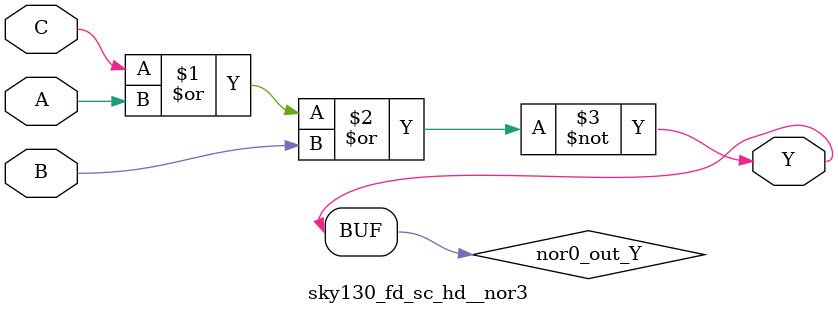
<source format=v>
/*
 * Copyright 2020 The SkyWater PDK Authors
 *
 * Licensed under the Apache License, Version 2.0 (the "License");
 * you may not use this file except in compliance with the License.
 * You may obtain a copy of the License at
 *
 *     https://www.apache.org/licenses/LICENSE-2.0
 *
 * Unless required by applicable law or agreed to in writing, software
 * distributed under the License is distributed on an "AS IS" BASIS,
 * WITHOUT WARRANTIES OR CONDITIONS OF ANY KIND, either express or implied.
 * See the License for the specific language governing permissions and
 * limitations under the License.
 *
 * SPDX-License-Identifier: Apache-2.0
*/


`ifndef SKY130_FD_SC_HD__NOR3_FUNCTIONAL_V
`define SKY130_FD_SC_HD__NOR3_FUNCTIONAL_V

/**
 * nor3: 3-input NOR.
 *
 *       Y = !(A | B | C | !D)
 *
 * Verilog simulation functional model.
 */

`timescale 1ns / 1ps
`default_nettype none

`celldefine
module sky130_fd_sc_hd__nor3 (
    Y,
    A,
    B,
    C
);

    // Module ports
    output Y;
    input  A;
    input  B;
    input  C;

    // Local signals
    wire nor0_out_Y;

    //  Name  Output      Other arguments
    nor nor0 (nor0_out_Y, C, A, B        );
    buf buf0 (Y         , nor0_out_Y     );

endmodule
`endcelldefine

`default_nettype wire
`endif  // SKY130_FD_SC_HD__NOR3_FUNCTIONAL_V

</source>
